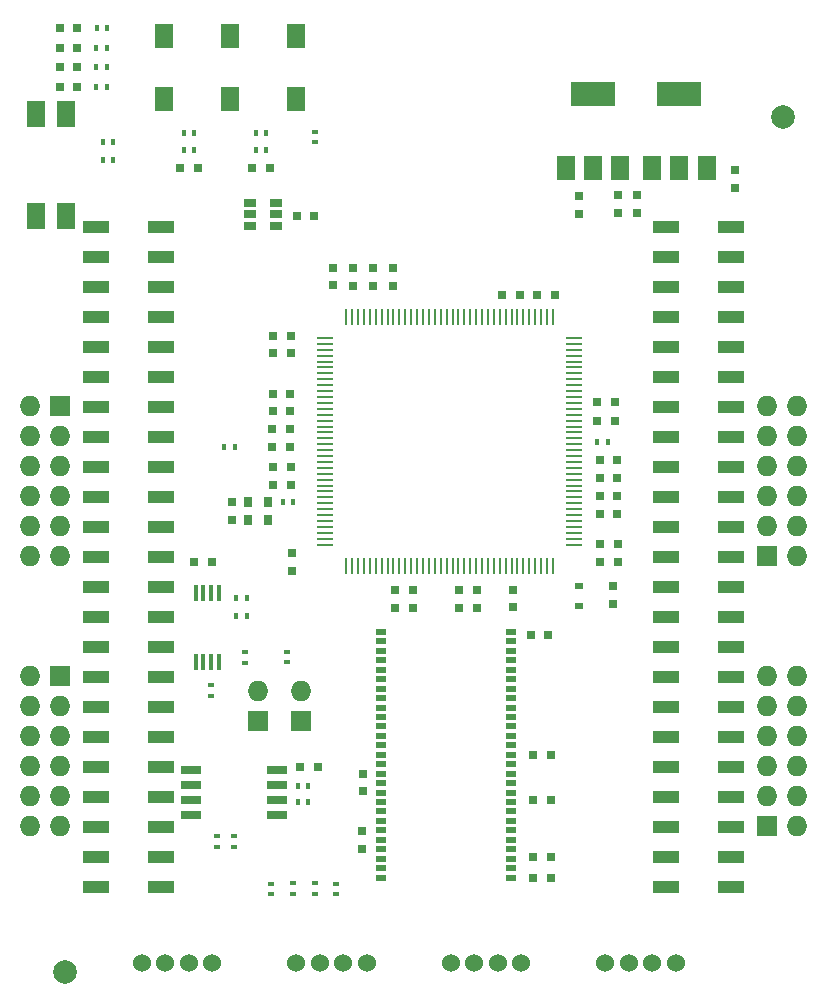
<source format=gbr>
G04 #@! TF.GenerationSoftware,KiCad,Pcbnew,(2017-08-02 revision 9760937)-master*
G04 #@! TF.CreationDate,2018-05-16T11:33:40-05:00*
G04 #@! TF.ProjectId,beagle-wire,626561676C652D776972652E6B696361,rev?*
G04 #@! TF.SameCoordinates,Original*
G04 #@! TF.FileFunction,Soldermask,Top*
G04 #@! TF.FilePolarity,Negative*
%FSLAX46Y46*%
G04 Gerber Fmt 4.6, Leading zero omitted, Abs format (unit mm)*
G04 Created by KiCad (PCBNEW (2017-08-02 revision 9760937)-master) date Wed May 16 11:33:40 2018*
%MOMM*%
%LPD*%
G01*
G04 APERTURE LIST*
%ADD10C,2.000000*%
%ADD11R,2.200000X1.020000*%
%ADD12R,1.727200X1.727200*%
%ADD13O,1.727200X1.727200*%
%ADD14R,0.250000X1.450000*%
%ADD15R,1.450000X0.250000*%
%ADD16R,0.900000X0.560000*%
%ADD17R,0.750000X0.800000*%
%ADD18R,0.800000X0.750000*%
%ADD19R,0.400000X0.600000*%
%ADD20R,3.800000X2.000000*%
%ADD21R,1.500000X2.000000*%
%ADD22R,1.700000X0.650000*%
%ADD23R,1.600000X2.000000*%
%ADD24R,1.060000X0.650000*%
%ADD25R,0.450000X1.450000*%
%ADD26R,0.797560X0.797560*%
%ADD27R,0.600000X0.400000*%
%ADD28R,0.800000X0.600000*%
%ADD29C,0.650000*%
%ADD30C,0.100000*%
%ADD31R,0.650000X0.850000*%
%ADD32R,1.520000X2.160000*%
%ADD33C,1.524000*%
G04 APERTURE END LIST*
D10*
X112275620Y-125493780D03*
X173060360Y-53058060D03*
D11*
X168640100Y-118262400D03*
X163140100Y-118262400D03*
X168640100Y-115722400D03*
X163140100Y-115722400D03*
X168640100Y-113182400D03*
X163140100Y-113182400D03*
X168640100Y-110642400D03*
X163140100Y-110642400D03*
X168640100Y-108102400D03*
X163140100Y-108102400D03*
X168640100Y-105562400D03*
X163140100Y-105562400D03*
X168640100Y-103022400D03*
X163140100Y-103022400D03*
X168640100Y-100482400D03*
X163140100Y-100482400D03*
X168640100Y-97942400D03*
X163140100Y-97942400D03*
X168640100Y-95402400D03*
X163140100Y-95402400D03*
X168640100Y-92862400D03*
X163140100Y-92862400D03*
X168640100Y-90322400D03*
X163140100Y-90322400D03*
X168640100Y-87782400D03*
X163140100Y-87782400D03*
X168640100Y-85242400D03*
X163140100Y-85242400D03*
X168640100Y-82702400D03*
X163140100Y-82702400D03*
X168640100Y-80162400D03*
X163140100Y-80162400D03*
X168640100Y-77622400D03*
X163140100Y-77622400D03*
X168640100Y-75082400D03*
X163140100Y-75082400D03*
X168640100Y-72542400D03*
X163140100Y-72542400D03*
X168640100Y-70002400D03*
X163140100Y-70002400D03*
X168640100Y-67462400D03*
X163140100Y-67462400D03*
X168640100Y-64922400D03*
X163140100Y-64922400D03*
X168640100Y-62382400D03*
X163140100Y-62382400D03*
D12*
X111817120Y-77597000D03*
D13*
X109277120Y-77597000D03*
X111817120Y-80137000D03*
X109277120Y-80137000D03*
X111817120Y-82677000D03*
X109277120Y-82677000D03*
X111817120Y-85217000D03*
X109277120Y-85217000D03*
X111817120Y-87757000D03*
X109277120Y-87757000D03*
X111817120Y-90297000D03*
X109277120Y-90297000D03*
D11*
X120380100Y-118262400D03*
X114880100Y-118262400D03*
X120380100Y-115722400D03*
X114880100Y-115722400D03*
X120380100Y-113182400D03*
X114880100Y-113182400D03*
X120380100Y-110642400D03*
X114880100Y-110642400D03*
X120380100Y-108102400D03*
X114880100Y-108102400D03*
X120380100Y-105562400D03*
X114880100Y-105562400D03*
X120380100Y-103022400D03*
X114880100Y-103022400D03*
X120380100Y-100482400D03*
X114880100Y-100482400D03*
X120380100Y-97942400D03*
X114880100Y-97942400D03*
X120380100Y-95402400D03*
X114880100Y-95402400D03*
X120380100Y-92862400D03*
X114880100Y-92862400D03*
X120380100Y-90322400D03*
X114880100Y-90322400D03*
X120380100Y-87782400D03*
X114880100Y-87782400D03*
X120380100Y-85242400D03*
X114880100Y-85242400D03*
X120380100Y-82702400D03*
X114880100Y-82702400D03*
X120380100Y-80162400D03*
X114880100Y-80162400D03*
X120380100Y-77622400D03*
X114880100Y-77622400D03*
X120380100Y-75082400D03*
X114880100Y-75082400D03*
X120380100Y-72542400D03*
X114880100Y-72542400D03*
X120380100Y-70002400D03*
X114880100Y-70002400D03*
X120380100Y-67462400D03*
X114880100Y-67462400D03*
X120380100Y-64922400D03*
X114880100Y-64922400D03*
X120380100Y-62382400D03*
X114880100Y-62382400D03*
D12*
X171718820Y-113157000D03*
D13*
X174258820Y-113157000D03*
X171718820Y-110617000D03*
X174258820Y-110617000D03*
X171718820Y-108077000D03*
X174258820Y-108077000D03*
X171718820Y-105537000D03*
X174258820Y-105537000D03*
X171718820Y-102997000D03*
X174258820Y-102997000D03*
X171718820Y-100457000D03*
X174258820Y-100457000D03*
D14*
X153558000Y-69995000D03*
X153058000Y-69995000D03*
X152558000Y-69995000D03*
X152058000Y-69995000D03*
X151558000Y-69995000D03*
X151058000Y-69995000D03*
X150558000Y-69995000D03*
X150058000Y-69995000D03*
X149558000Y-69995000D03*
X149058000Y-69995000D03*
X148558000Y-69995000D03*
X148058000Y-69995000D03*
X147558000Y-69995000D03*
X147058000Y-69995000D03*
X146558000Y-69995000D03*
X146058000Y-69995000D03*
X145558000Y-69995000D03*
X145058000Y-69995000D03*
X144558000Y-69995000D03*
X144058000Y-69995000D03*
X143558000Y-69995000D03*
X143058000Y-69995000D03*
X142558000Y-69995000D03*
X142058000Y-69995000D03*
X141558000Y-69995000D03*
X141058000Y-69995000D03*
X140558000Y-69995000D03*
X140058000Y-69995000D03*
X139558000Y-69995000D03*
X139058000Y-69995000D03*
X138558000Y-69995000D03*
X138058000Y-69995000D03*
X137558000Y-69995000D03*
X137058000Y-69995000D03*
X136558000Y-69995000D03*
X136058000Y-69995000D03*
D15*
X134258000Y-71795000D03*
X134258000Y-72295000D03*
X134258000Y-72795000D03*
X134258000Y-73295000D03*
X134258000Y-73795000D03*
X134258000Y-74295000D03*
X134258000Y-74795000D03*
X134258000Y-75295000D03*
X134258000Y-75795000D03*
X134258000Y-76295000D03*
X134258000Y-76795000D03*
X134258000Y-77295000D03*
X134258000Y-77795000D03*
X134258000Y-78295000D03*
X134258000Y-78795000D03*
X134258000Y-79295000D03*
X134258000Y-79795000D03*
X134258000Y-80295000D03*
X134258000Y-80795000D03*
X134258000Y-81295000D03*
X134258000Y-81795000D03*
X134258000Y-82295000D03*
X134258000Y-82795000D03*
X134258000Y-83295000D03*
X134258000Y-83795000D03*
X134258000Y-84295000D03*
X134258000Y-84795000D03*
X134258000Y-85295000D03*
X134258000Y-85795000D03*
X134258000Y-86295000D03*
X134258000Y-86795000D03*
X134258000Y-87295000D03*
X134258000Y-87795000D03*
X134258000Y-88295000D03*
X134258000Y-88795000D03*
X134258000Y-89295000D03*
D14*
X136058000Y-91095000D03*
X136558000Y-91095000D03*
X137058000Y-91095000D03*
X137558000Y-91095000D03*
X138058000Y-91095000D03*
X138558000Y-91095000D03*
X139058000Y-91095000D03*
X139558000Y-91095000D03*
X140058000Y-91095000D03*
X140558000Y-91095000D03*
X141058000Y-91095000D03*
X141558000Y-91095000D03*
X142058000Y-91095000D03*
X142558000Y-91095000D03*
X143058000Y-91095000D03*
X143558000Y-91095000D03*
X144058000Y-91095000D03*
X144558000Y-91095000D03*
X145058000Y-91095000D03*
X145558000Y-91095000D03*
X146058000Y-91095000D03*
X146558000Y-91095000D03*
X147058000Y-91095000D03*
X147558000Y-91095000D03*
X148058000Y-91095000D03*
X148558000Y-91095000D03*
X149058000Y-91095000D03*
X149558000Y-91095000D03*
X150058000Y-91095000D03*
X150558000Y-91095000D03*
X151058000Y-91095000D03*
X151558000Y-91095000D03*
X152058000Y-91095000D03*
X152558000Y-91095000D03*
X153058000Y-91095000D03*
X153558000Y-91095000D03*
D15*
X155358000Y-89295000D03*
X155358000Y-88795000D03*
X155358000Y-88295000D03*
X155358000Y-87795000D03*
X155358000Y-87295000D03*
X155358000Y-86795000D03*
X155358000Y-86295000D03*
X155358000Y-85795000D03*
X155358000Y-85295000D03*
X155358000Y-84795000D03*
X155358000Y-84295000D03*
X155358000Y-83795000D03*
X155358000Y-83295000D03*
X155358000Y-82795000D03*
X155358000Y-82295000D03*
X155358000Y-81795000D03*
X155358000Y-81295000D03*
X155358000Y-80795000D03*
X155358000Y-80295000D03*
X155358000Y-79795000D03*
X155358000Y-79295000D03*
X155358000Y-78795000D03*
X155358000Y-78295000D03*
X155358000Y-77795000D03*
X155358000Y-77295000D03*
X155358000Y-76795000D03*
X155358000Y-76295000D03*
X155358000Y-75795000D03*
X155358000Y-75295000D03*
X155358000Y-74795000D03*
X155358000Y-74295000D03*
X155358000Y-73795000D03*
X155358000Y-73295000D03*
X155358000Y-72795000D03*
X155358000Y-72295000D03*
X155358000Y-71795000D03*
D16*
X138963200Y-96690560D03*
X150023200Y-117490560D03*
X150023200Y-116690560D03*
X150023200Y-115890560D03*
X150023200Y-115090560D03*
X150023200Y-114290560D03*
X150023200Y-113490560D03*
X150023200Y-112690560D03*
X150023200Y-111890560D03*
X150023200Y-111090560D03*
X150023200Y-110290560D03*
X150023200Y-109490560D03*
X150023200Y-108690560D03*
X150023200Y-107890560D03*
X150023200Y-107090560D03*
X150023200Y-106290560D03*
X150023200Y-105490560D03*
X150023200Y-104690560D03*
X150023200Y-103890560D03*
X150023200Y-103090560D03*
X150023200Y-102290560D03*
X150023200Y-101490560D03*
X150023200Y-100690560D03*
X150023200Y-99890560D03*
X150023200Y-99090560D03*
X150023200Y-98290560D03*
X150023200Y-97490560D03*
X150023200Y-96690560D03*
X138963200Y-97490560D03*
X138963200Y-98290560D03*
X138963200Y-99090560D03*
X138963200Y-99890560D03*
X138963200Y-100690560D03*
X138963200Y-101490560D03*
X138963200Y-102290560D03*
X138963200Y-103090560D03*
X138963200Y-103890560D03*
X138963200Y-104690560D03*
X138963200Y-105490560D03*
X138963200Y-106290560D03*
X138963200Y-107090560D03*
X138963200Y-107890560D03*
X138963200Y-108690560D03*
X138963200Y-109490560D03*
X138963200Y-110290560D03*
X138963200Y-111090560D03*
X138963200Y-111890560D03*
X138963200Y-112690560D03*
X138963200Y-113490560D03*
X138963200Y-114290560D03*
X138963200Y-115090560D03*
X138963200Y-115890560D03*
X138963200Y-116690560D03*
X138963200Y-117490560D03*
D17*
X131490000Y-91530000D03*
X131490000Y-90030000D03*
D18*
X133642200Y-108105400D03*
X132142200Y-108105400D03*
D17*
X155770000Y-59780000D03*
X155770000Y-61280000D03*
X159040000Y-59720000D03*
X159040000Y-61220000D03*
X160640000Y-59720000D03*
X160640000Y-61220000D03*
X168950000Y-59090000D03*
X168950000Y-57590000D03*
X126401000Y-85715000D03*
X126401000Y-87215000D03*
D18*
X159008000Y-83630000D03*
X157508000Y-83630000D03*
X131310000Y-81070000D03*
X129810000Y-81070000D03*
X159020000Y-82106000D03*
X157520000Y-82106000D03*
X131300000Y-79480000D03*
X129800000Y-79480000D03*
X152240000Y-68150000D03*
X153740000Y-68150000D03*
X150790000Y-68140000D03*
X149290000Y-68140000D03*
D17*
X134900000Y-67350000D03*
X134900000Y-65850000D03*
X136610000Y-67360000D03*
X136610000Y-65860000D03*
D18*
X131320000Y-76500000D03*
X129820000Y-76500000D03*
X131320000Y-77960000D03*
X129820000Y-77960000D03*
X131386000Y-84256000D03*
X129886000Y-84256000D03*
X131386000Y-82732000D03*
X129886000Y-82732000D03*
D17*
X140150000Y-93150000D03*
X140150000Y-94650000D03*
X141690000Y-93150000D03*
X141690000Y-94650000D03*
X158648400Y-94285500D03*
X158648400Y-92785500D03*
X150142000Y-93118000D03*
X150142000Y-94618000D03*
D18*
X157508000Y-86678000D03*
X159008000Y-86678000D03*
X157508000Y-85154000D03*
X159008000Y-85154000D03*
X157300000Y-77260000D03*
X158800000Y-77260000D03*
X157300000Y-78870000D03*
X158800000Y-78870000D03*
D17*
X140004800Y-67370000D03*
X140004800Y-65870000D03*
X138310000Y-67360000D03*
X138310000Y-65860000D03*
D18*
X131370000Y-71600000D03*
X129870000Y-71600000D03*
X131360000Y-73110000D03*
X129860000Y-73110000D03*
D17*
X147094000Y-93130000D03*
X147094000Y-94630000D03*
X145570000Y-93130000D03*
X145570000Y-94630000D03*
D18*
X157540000Y-89242000D03*
X159040000Y-89242000D03*
X157540000Y-90766000D03*
X159040000Y-90766000D03*
X151859200Y-117504560D03*
X153359200Y-117504560D03*
X151859200Y-107090560D03*
X153359200Y-107090560D03*
X151680000Y-96960000D03*
X153180000Y-96960000D03*
X151859200Y-115726560D03*
X153359200Y-115726560D03*
X151859200Y-110900560D03*
X153359200Y-110900560D03*
D17*
X137500000Y-108690000D03*
X137500000Y-110190000D03*
X137430000Y-113570000D03*
X137430000Y-115070000D03*
D19*
X115450200Y-55194200D03*
X116350200Y-55194200D03*
X115450200Y-56769000D03*
X116350200Y-56769000D03*
X115773700Y-50516400D03*
X114873700Y-50516400D03*
X115773700Y-48865400D03*
X114873700Y-48865400D03*
X115773700Y-47214400D03*
X114873700Y-47214400D03*
X115824500Y-45563400D03*
X114924500Y-45563400D03*
X131590000Y-85710000D03*
X130690000Y-85710000D03*
X158230000Y-80630000D03*
X157330000Y-80630000D03*
X125750000Y-81070000D03*
X126650000Y-81070000D03*
D20*
X156970000Y-51100000D03*
D21*
X156970000Y-57400000D03*
X159270000Y-57400000D03*
X154670000Y-57400000D03*
D22*
X122925200Y-108402400D03*
X122925200Y-109672400D03*
X122925200Y-110942400D03*
X122925200Y-112212400D03*
X130225200Y-112212400D03*
X130225200Y-110942400D03*
X130225200Y-109672400D03*
X130225200Y-108402400D03*
D20*
X164270000Y-51120000D03*
D21*
X164270000Y-57420000D03*
X166570000Y-57420000D03*
X161970000Y-57420000D03*
D23*
X120650000Y-51595000D03*
X120650000Y-46195000D03*
X126238000Y-51595000D03*
X126238000Y-46195000D03*
X131815840Y-51595000D03*
X131815840Y-46195000D03*
D24*
X127910000Y-60380000D03*
X127910000Y-61330000D03*
X127910000Y-62280000D03*
X130110000Y-62280000D03*
X130110000Y-60380000D03*
X130110000Y-61330000D03*
D25*
X123323000Y-99260400D03*
X123973000Y-99260400D03*
X124623000Y-99260400D03*
X125273000Y-99260400D03*
X125273000Y-93360400D03*
X124623000Y-93360400D03*
X123973000Y-93360400D03*
X123323000Y-93360400D03*
D12*
X128560000Y-104200000D03*
D13*
X128560000Y-101660000D03*
D12*
X132190000Y-104200000D03*
D13*
X132190000Y-101660000D03*
D12*
X111817120Y-100457000D03*
D13*
X109277120Y-100457000D03*
X111817120Y-102997000D03*
X109277120Y-102997000D03*
X111817120Y-105537000D03*
X109277120Y-105537000D03*
X111817120Y-108077000D03*
X109277120Y-108077000D03*
X111817120Y-110617000D03*
X109277120Y-110617000D03*
X111817120Y-113157000D03*
X109277120Y-113157000D03*
D26*
X111793100Y-50516400D03*
X113291700Y-50516400D03*
X111793100Y-48865400D03*
X113291700Y-48865400D03*
X111793100Y-47214400D03*
X113291700Y-47214400D03*
X111793100Y-45563400D03*
X113291700Y-45563400D03*
D18*
X123165000Y-90734400D03*
X124665000Y-90734400D03*
X131850000Y-61470000D03*
X133350000Y-61470000D03*
D19*
X132862200Y-109705400D03*
X131962200Y-109705400D03*
D27*
X125122200Y-114905400D03*
X125122200Y-114005400D03*
X126522200Y-114895400D03*
X126522200Y-113995400D03*
D19*
X132862200Y-111105400D03*
X131962200Y-111105400D03*
X127665000Y-93828400D03*
X126765000Y-93828400D03*
X127665000Y-95352400D03*
X126765000Y-95352400D03*
X122301000Y-54451000D03*
X123201000Y-54451000D03*
X128397000Y-54451000D03*
X129297000Y-54451000D03*
X123201000Y-55848000D03*
X122301000Y-55848000D03*
X129297000Y-55848000D03*
X128397000Y-55848000D03*
D27*
X131080000Y-98370000D03*
X131080000Y-99270000D03*
X127490000Y-98390000D03*
X127490000Y-99290000D03*
X131546600Y-117964800D03*
X131546600Y-118864800D03*
X135166100Y-117990200D03*
X135166100Y-118890200D03*
X129679700Y-117990200D03*
X129679700Y-118890200D03*
X133375400Y-117977500D03*
X133375400Y-118877500D03*
X133380000Y-54320000D03*
X133380000Y-55220000D03*
D18*
X122001000Y-57372000D03*
X123501000Y-57372000D03*
X128097000Y-57372000D03*
X129597000Y-57372000D03*
D28*
X155803600Y-92774400D03*
X155803600Y-94474400D03*
D12*
X171718820Y-90297000D03*
D13*
X174258820Y-90297000D03*
X171718820Y-87757000D03*
X174258820Y-87757000D03*
X171718820Y-85217000D03*
X174258820Y-85217000D03*
X171718820Y-82677000D03*
X174258820Y-82677000D03*
X171718820Y-80137000D03*
X174258820Y-80137000D03*
X171718820Y-77597000D03*
X174258820Y-77597000D03*
D29*
X127762500Y-87249300D03*
D30*
G36*
X127437500Y-87674300D02*
X127437500Y-86824300D01*
X128087500Y-86824300D01*
X128087500Y-87674300D01*
X127437500Y-87674300D01*
X127437500Y-87674300D01*
G37*
D31*
X129412500Y-87249300D03*
X129412500Y-85699300D03*
X127762500Y-85699300D03*
D32*
X109816900Y-61437300D03*
X112356900Y-61437300D03*
X112356900Y-52837300D03*
X109816900Y-52837300D03*
D27*
X124625100Y-102113500D03*
X124625100Y-101213500D03*
D33*
X124732000Y-124680000D03*
X118732000Y-124680000D03*
X120732000Y-124680000D03*
X122732000Y-124680000D03*
X137813000Y-124680000D03*
X131813000Y-124680000D03*
X133813000Y-124680000D03*
X135813000Y-124680000D03*
X150894000Y-124680000D03*
X144894000Y-124680000D03*
X146894000Y-124680000D03*
X148894000Y-124680000D03*
X163975000Y-124680000D03*
X157975000Y-124680000D03*
X159975000Y-124680000D03*
X161975000Y-124680000D03*
M02*

</source>
